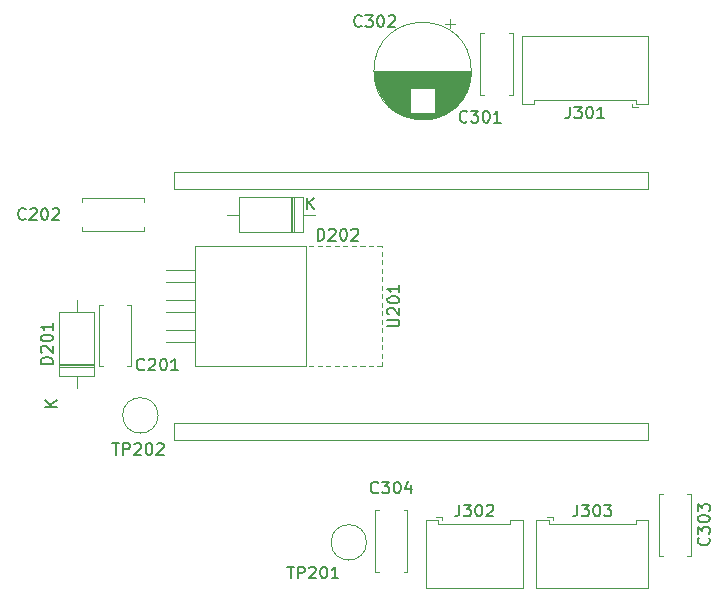
<source format=gbr>
%TF.GenerationSoftware,KiCad,Pcbnew,9.0.4*%
%TF.CreationDate,2025-12-06T22:06:24+01:00*%
%TF.ProjectId,bluebox,626c7565-626f-4782-9e6b-696361645f70,rev?*%
%TF.SameCoordinates,Original*%
%TF.FileFunction,Legend,Top*%
%TF.FilePolarity,Positive*%
%FSLAX46Y46*%
G04 Gerber Fmt 4.6, Leading zero omitted, Abs format (unit mm)*
G04 Created by KiCad (PCBNEW 9.0.4) date 2025-12-06 22:06:24*
%MOMM*%
%LPD*%
G01*
G04 APERTURE LIST*
%ADD10C,0.150000*%
%ADD11C,0.120000*%
G04 APERTURE END LIST*
D10*
X131630952Y-92609580D02*
X131583333Y-92657200D01*
X131583333Y-92657200D02*
X131440476Y-92704819D01*
X131440476Y-92704819D02*
X131345238Y-92704819D01*
X131345238Y-92704819D02*
X131202381Y-92657200D01*
X131202381Y-92657200D02*
X131107143Y-92561961D01*
X131107143Y-92561961D02*
X131059524Y-92466723D01*
X131059524Y-92466723D02*
X131011905Y-92276247D01*
X131011905Y-92276247D02*
X131011905Y-92133390D01*
X131011905Y-92133390D02*
X131059524Y-91942914D01*
X131059524Y-91942914D02*
X131107143Y-91847676D01*
X131107143Y-91847676D02*
X131202381Y-91752438D01*
X131202381Y-91752438D02*
X131345238Y-91704819D01*
X131345238Y-91704819D02*
X131440476Y-91704819D01*
X131440476Y-91704819D02*
X131583333Y-91752438D01*
X131583333Y-91752438D02*
X131630952Y-91800057D01*
X132011905Y-91800057D02*
X132059524Y-91752438D01*
X132059524Y-91752438D02*
X132154762Y-91704819D01*
X132154762Y-91704819D02*
X132392857Y-91704819D01*
X132392857Y-91704819D02*
X132488095Y-91752438D01*
X132488095Y-91752438D02*
X132535714Y-91800057D01*
X132535714Y-91800057D02*
X132583333Y-91895295D01*
X132583333Y-91895295D02*
X132583333Y-91990533D01*
X132583333Y-91990533D02*
X132535714Y-92133390D01*
X132535714Y-92133390D02*
X131964286Y-92704819D01*
X131964286Y-92704819D02*
X132583333Y-92704819D01*
X133202381Y-91704819D02*
X133297619Y-91704819D01*
X133297619Y-91704819D02*
X133392857Y-91752438D01*
X133392857Y-91752438D02*
X133440476Y-91800057D01*
X133440476Y-91800057D02*
X133488095Y-91895295D01*
X133488095Y-91895295D02*
X133535714Y-92085771D01*
X133535714Y-92085771D02*
X133535714Y-92323866D01*
X133535714Y-92323866D02*
X133488095Y-92514342D01*
X133488095Y-92514342D02*
X133440476Y-92609580D01*
X133440476Y-92609580D02*
X133392857Y-92657200D01*
X133392857Y-92657200D02*
X133297619Y-92704819D01*
X133297619Y-92704819D02*
X133202381Y-92704819D01*
X133202381Y-92704819D02*
X133107143Y-92657200D01*
X133107143Y-92657200D02*
X133059524Y-92609580D01*
X133059524Y-92609580D02*
X133011905Y-92514342D01*
X133011905Y-92514342D02*
X132964286Y-92323866D01*
X132964286Y-92323866D02*
X132964286Y-92085771D01*
X132964286Y-92085771D02*
X133011905Y-91895295D01*
X133011905Y-91895295D02*
X133059524Y-91800057D01*
X133059524Y-91800057D02*
X133107143Y-91752438D01*
X133107143Y-91752438D02*
X133202381Y-91704819D01*
X133916667Y-91800057D02*
X133964286Y-91752438D01*
X133964286Y-91752438D02*
X134059524Y-91704819D01*
X134059524Y-91704819D02*
X134297619Y-91704819D01*
X134297619Y-91704819D02*
X134392857Y-91752438D01*
X134392857Y-91752438D02*
X134440476Y-91800057D01*
X134440476Y-91800057D02*
X134488095Y-91895295D01*
X134488095Y-91895295D02*
X134488095Y-91990533D01*
X134488095Y-91990533D02*
X134440476Y-92133390D01*
X134440476Y-92133390D02*
X133869048Y-92704819D01*
X133869048Y-92704819D02*
X134488095Y-92704819D01*
X156359524Y-94454819D02*
X156359524Y-93454819D01*
X156359524Y-93454819D02*
X156597619Y-93454819D01*
X156597619Y-93454819D02*
X156740476Y-93502438D01*
X156740476Y-93502438D02*
X156835714Y-93597676D01*
X156835714Y-93597676D02*
X156883333Y-93692914D01*
X156883333Y-93692914D02*
X156930952Y-93883390D01*
X156930952Y-93883390D02*
X156930952Y-94026247D01*
X156930952Y-94026247D02*
X156883333Y-94216723D01*
X156883333Y-94216723D02*
X156835714Y-94311961D01*
X156835714Y-94311961D02*
X156740476Y-94407200D01*
X156740476Y-94407200D02*
X156597619Y-94454819D01*
X156597619Y-94454819D02*
X156359524Y-94454819D01*
X157311905Y-93550057D02*
X157359524Y-93502438D01*
X157359524Y-93502438D02*
X157454762Y-93454819D01*
X157454762Y-93454819D02*
X157692857Y-93454819D01*
X157692857Y-93454819D02*
X157788095Y-93502438D01*
X157788095Y-93502438D02*
X157835714Y-93550057D01*
X157835714Y-93550057D02*
X157883333Y-93645295D01*
X157883333Y-93645295D02*
X157883333Y-93740533D01*
X157883333Y-93740533D02*
X157835714Y-93883390D01*
X157835714Y-93883390D02*
X157264286Y-94454819D01*
X157264286Y-94454819D02*
X157883333Y-94454819D01*
X158502381Y-93454819D02*
X158597619Y-93454819D01*
X158597619Y-93454819D02*
X158692857Y-93502438D01*
X158692857Y-93502438D02*
X158740476Y-93550057D01*
X158740476Y-93550057D02*
X158788095Y-93645295D01*
X158788095Y-93645295D02*
X158835714Y-93835771D01*
X158835714Y-93835771D02*
X158835714Y-94073866D01*
X158835714Y-94073866D02*
X158788095Y-94264342D01*
X158788095Y-94264342D02*
X158740476Y-94359580D01*
X158740476Y-94359580D02*
X158692857Y-94407200D01*
X158692857Y-94407200D02*
X158597619Y-94454819D01*
X158597619Y-94454819D02*
X158502381Y-94454819D01*
X158502381Y-94454819D02*
X158407143Y-94407200D01*
X158407143Y-94407200D02*
X158359524Y-94359580D01*
X158359524Y-94359580D02*
X158311905Y-94264342D01*
X158311905Y-94264342D02*
X158264286Y-94073866D01*
X158264286Y-94073866D02*
X158264286Y-93835771D01*
X158264286Y-93835771D02*
X158311905Y-93645295D01*
X158311905Y-93645295D02*
X158359524Y-93550057D01*
X158359524Y-93550057D02*
X158407143Y-93502438D01*
X158407143Y-93502438D02*
X158502381Y-93454819D01*
X159216667Y-93550057D02*
X159264286Y-93502438D01*
X159264286Y-93502438D02*
X159359524Y-93454819D01*
X159359524Y-93454819D02*
X159597619Y-93454819D01*
X159597619Y-93454819D02*
X159692857Y-93502438D01*
X159692857Y-93502438D02*
X159740476Y-93550057D01*
X159740476Y-93550057D02*
X159788095Y-93645295D01*
X159788095Y-93645295D02*
X159788095Y-93740533D01*
X159788095Y-93740533D02*
X159740476Y-93883390D01*
X159740476Y-93883390D02*
X159169048Y-94454819D01*
X159169048Y-94454819D02*
X159788095Y-94454819D01*
X155488095Y-91804819D02*
X155488095Y-90804819D01*
X156059523Y-91804819D02*
X155630952Y-91233390D01*
X156059523Y-90804819D02*
X155488095Y-91376247D01*
X162274819Y-101709285D02*
X163084342Y-101709285D01*
X163084342Y-101709285D02*
X163179580Y-101661666D01*
X163179580Y-101661666D02*
X163227200Y-101614047D01*
X163227200Y-101614047D02*
X163274819Y-101518809D01*
X163274819Y-101518809D02*
X163274819Y-101328333D01*
X163274819Y-101328333D02*
X163227200Y-101233095D01*
X163227200Y-101233095D02*
X163179580Y-101185476D01*
X163179580Y-101185476D02*
X163084342Y-101137857D01*
X163084342Y-101137857D02*
X162274819Y-101137857D01*
X162370057Y-100709285D02*
X162322438Y-100661666D01*
X162322438Y-100661666D02*
X162274819Y-100566428D01*
X162274819Y-100566428D02*
X162274819Y-100328333D01*
X162274819Y-100328333D02*
X162322438Y-100233095D01*
X162322438Y-100233095D02*
X162370057Y-100185476D01*
X162370057Y-100185476D02*
X162465295Y-100137857D01*
X162465295Y-100137857D02*
X162560533Y-100137857D01*
X162560533Y-100137857D02*
X162703390Y-100185476D01*
X162703390Y-100185476D02*
X163274819Y-100756904D01*
X163274819Y-100756904D02*
X163274819Y-100137857D01*
X162274819Y-99518809D02*
X162274819Y-99423571D01*
X162274819Y-99423571D02*
X162322438Y-99328333D01*
X162322438Y-99328333D02*
X162370057Y-99280714D01*
X162370057Y-99280714D02*
X162465295Y-99233095D01*
X162465295Y-99233095D02*
X162655771Y-99185476D01*
X162655771Y-99185476D02*
X162893866Y-99185476D01*
X162893866Y-99185476D02*
X163084342Y-99233095D01*
X163084342Y-99233095D02*
X163179580Y-99280714D01*
X163179580Y-99280714D02*
X163227200Y-99328333D01*
X163227200Y-99328333D02*
X163274819Y-99423571D01*
X163274819Y-99423571D02*
X163274819Y-99518809D01*
X163274819Y-99518809D02*
X163227200Y-99614047D01*
X163227200Y-99614047D02*
X163179580Y-99661666D01*
X163179580Y-99661666D02*
X163084342Y-99709285D01*
X163084342Y-99709285D02*
X162893866Y-99756904D01*
X162893866Y-99756904D02*
X162655771Y-99756904D01*
X162655771Y-99756904D02*
X162465295Y-99709285D01*
X162465295Y-99709285D02*
X162370057Y-99661666D01*
X162370057Y-99661666D02*
X162322438Y-99614047D01*
X162322438Y-99614047D02*
X162274819Y-99518809D01*
X163274819Y-98233095D02*
X163274819Y-98804523D01*
X163274819Y-98518809D02*
X162274819Y-98518809D01*
X162274819Y-98518809D02*
X162417676Y-98614047D01*
X162417676Y-98614047D02*
X162512914Y-98709285D01*
X162512914Y-98709285D02*
X162560533Y-98804523D01*
X178334285Y-116804819D02*
X178334285Y-117519104D01*
X178334285Y-117519104D02*
X178286666Y-117661961D01*
X178286666Y-117661961D02*
X178191428Y-117757200D01*
X178191428Y-117757200D02*
X178048571Y-117804819D01*
X178048571Y-117804819D02*
X177953333Y-117804819D01*
X178715238Y-116804819D02*
X179334285Y-116804819D01*
X179334285Y-116804819D02*
X179000952Y-117185771D01*
X179000952Y-117185771D02*
X179143809Y-117185771D01*
X179143809Y-117185771D02*
X179239047Y-117233390D01*
X179239047Y-117233390D02*
X179286666Y-117281009D01*
X179286666Y-117281009D02*
X179334285Y-117376247D01*
X179334285Y-117376247D02*
X179334285Y-117614342D01*
X179334285Y-117614342D02*
X179286666Y-117709580D01*
X179286666Y-117709580D02*
X179239047Y-117757200D01*
X179239047Y-117757200D02*
X179143809Y-117804819D01*
X179143809Y-117804819D02*
X178858095Y-117804819D01*
X178858095Y-117804819D02*
X178762857Y-117757200D01*
X178762857Y-117757200D02*
X178715238Y-117709580D01*
X179953333Y-116804819D02*
X180048571Y-116804819D01*
X180048571Y-116804819D02*
X180143809Y-116852438D01*
X180143809Y-116852438D02*
X180191428Y-116900057D01*
X180191428Y-116900057D02*
X180239047Y-116995295D01*
X180239047Y-116995295D02*
X180286666Y-117185771D01*
X180286666Y-117185771D02*
X180286666Y-117423866D01*
X180286666Y-117423866D02*
X180239047Y-117614342D01*
X180239047Y-117614342D02*
X180191428Y-117709580D01*
X180191428Y-117709580D02*
X180143809Y-117757200D01*
X180143809Y-117757200D02*
X180048571Y-117804819D01*
X180048571Y-117804819D02*
X179953333Y-117804819D01*
X179953333Y-117804819D02*
X179858095Y-117757200D01*
X179858095Y-117757200D02*
X179810476Y-117709580D01*
X179810476Y-117709580D02*
X179762857Y-117614342D01*
X179762857Y-117614342D02*
X179715238Y-117423866D01*
X179715238Y-117423866D02*
X179715238Y-117185771D01*
X179715238Y-117185771D02*
X179762857Y-116995295D01*
X179762857Y-116995295D02*
X179810476Y-116900057D01*
X179810476Y-116900057D02*
X179858095Y-116852438D01*
X179858095Y-116852438D02*
X179953333Y-116804819D01*
X180620000Y-116804819D02*
X181239047Y-116804819D01*
X181239047Y-116804819D02*
X180905714Y-117185771D01*
X180905714Y-117185771D02*
X181048571Y-117185771D01*
X181048571Y-117185771D02*
X181143809Y-117233390D01*
X181143809Y-117233390D02*
X181191428Y-117281009D01*
X181191428Y-117281009D02*
X181239047Y-117376247D01*
X181239047Y-117376247D02*
X181239047Y-117614342D01*
X181239047Y-117614342D02*
X181191428Y-117709580D01*
X181191428Y-117709580D02*
X181143809Y-117757200D01*
X181143809Y-117757200D02*
X181048571Y-117804819D01*
X181048571Y-117804819D02*
X180762857Y-117804819D01*
X180762857Y-117804819D02*
X180667619Y-117757200D01*
X180667619Y-117757200D02*
X180620000Y-117709580D01*
X160080952Y-76259580D02*
X160033333Y-76307200D01*
X160033333Y-76307200D02*
X159890476Y-76354819D01*
X159890476Y-76354819D02*
X159795238Y-76354819D01*
X159795238Y-76354819D02*
X159652381Y-76307200D01*
X159652381Y-76307200D02*
X159557143Y-76211961D01*
X159557143Y-76211961D02*
X159509524Y-76116723D01*
X159509524Y-76116723D02*
X159461905Y-75926247D01*
X159461905Y-75926247D02*
X159461905Y-75783390D01*
X159461905Y-75783390D02*
X159509524Y-75592914D01*
X159509524Y-75592914D02*
X159557143Y-75497676D01*
X159557143Y-75497676D02*
X159652381Y-75402438D01*
X159652381Y-75402438D02*
X159795238Y-75354819D01*
X159795238Y-75354819D02*
X159890476Y-75354819D01*
X159890476Y-75354819D02*
X160033333Y-75402438D01*
X160033333Y-75402438D02*
X160080952Y-75450057D01*
X160414286Y-75354819D02*
X161033333Y-75354819D01*
X161033333Y-75354819D02*
X160700000Y-75735771D01*
X160700000Y-75735771D02*
X160842857Y-75735771D01*
X160842857Y-75735771D02*
X160938095Y-75783390D01*
X160938095Y-75783390D02*
X160985714Y-75831009D01*
X160985714Y-75831009D02*
X161033333Y-75926247D01*
X161033333Y-75926247D02*
X161033333Y-76164342D01*
X161033333Y-76164342D02*
X160985714Y-76259580D01*
X160985714Y-76259580D02*
X160938095Y-76307200D01*
X160938095Y-76307200D02*
X160842857Y-76354819D01*
X160842857Y-76354819D02*
X160557143Y-76354819D01*
X160557143Y-76354819D02*
X160461905Y-76307200D01*
X160461905Y-76307200D02*
X160414286Y-76259580D01*
X161652381Y-75354819D02*
X161747619Y-75354819D01*
X161747619Y-75354819D02*
X161842857Y-75402438D01*
X161842857Y-75402438D02*
X161890476Y-75450057D01*
X161890476Y-75450057D02*
X161938095Y-75545295D01*
X161938095Y-75545295D02*
X161985714Y-75735771D01*
X161985714Y-75735771D02*
X161985714Y-75973866D01*
X161985714Y-75973866D02*
X161938095Y-76164342D01*
X161938095Y-76164342D02*
X161890476Y-76259580D01*
X161890476Y-76259580D02*
X161842857Y-76307200D01*
X161842857Y-76307200D02*
X161747619Y-76354819D01*
X161747619Y-76354819D02*
X161652381Y-76354819D01*
X161652381Y-76354819D02*
X161557143Y-76307200D01*
X161557143Y-76307200D02*
X161509524Y-76259580D01*
X161509524Y-76259580D02*
X161461905Y-76164342D01*
X161461905Y-76164342D02*
X161414286Y-75973866D01*
X161414286Y-75973866D02*
X161414286Y-75735771D01*
X161414286Y-75735771D02*
X161461905Y-75545295D01*
X161461905Y-75545295D02*
X161509524Y-75450057D01*
X161509524Y-75450057D02*
X161557143Y-75402438D01*
X161557143Y-75402438D02*
X161652381Y-75354819D01*
X162366667Y-75450057D02*
X162414286Y-75402438D01*
X162414286Y-75402438D02*
X162509524Y-75354819D01*
X162509524Y-75354819D02*
X162747619Y-75354819D01*
X162747619Y-75354819D02*
X162842857Y-75402438D01*
X162842857Y-75402438D02*
X162890476Y-75450057D01*
X162890476Y-75450057D02*
X162938095Y-75545295D01*
X162938095Y-75545295D02*
X162938095Y-75640533D01*
X162938095Y-75640533D02*
X162890476Y-75783390D01*
X162890476Y-75783390D02*
X162319048Y-76354819D01*
X162319048Y-76354819D02*
X162938095Y-76354819D01*
X168339285Y-116804819D02*
X168339285Y-117519104D01*
X168339285Y-117519104D02*
X168291666Y-117661961D01*
X168291666Y-117661961D02*
X168196428Y-117757200D01*
X168196428Y-117757200D02*
X168053571Y-117804819D01*
X168053571Y-117804819D02*
X167958333Y-117804819D01*
X168720238Y-116804819D02*
X169339285Y-116804819D01*
X169339285Y-116804819D02*
X169005952Y-117185771D01*
X169005952Y-117185771D02*
X169148809Y-117185771D01*
X169148809Y-117185771D02*
X169244047Y-117233390D01*
X169244047Y-117233390D02*
X169291666Y-117281009D01*
X169291666Y-117281009D02*
X169339285Y-117376247D01*
X169339285Y-117376247D02*
X169339285Y-117614342D01*
X169339285Y-117614342D02*
X169291666Y-117709580D01*
X169291666Y-117709580D02*
X169244047Y-117757200D01*
X169244047Y-117757200D02*
X169148809Y-117804819D01*
X169148809Y-117804819D02*
X168863095Y-117804819D01*
X168863095Y-117804819D02*
X168767857Y-117757200D01*
X168767857Y-117757200D02*
X168720238Y-117709580D01*
X169958333Y-116804819D02*
X170053571Y-116804819D01*
X170053571Y-116804819D02*
X170148809Y-116852438D01*
X170148809Y-116852438D02*
X170196428Y-116900057D01*
X170196428Y-116900057D02*
X170244047Y-116995295D01*
X170244047Y-116995295D02*
X170291666Y-117185771D01*
X170291666Y-117185771D02*
X170291666Y-117423866D01*
X170291666Y-117423866D02*
X170244047Y-117614342D01*
X170244047Y-117614342D02*
X170196428Y-117709580D01*
X170196428Y-117709580D02*
X170148809Y-117757200D01*
X170148809Y-117757200D02*
X170053571Y-117804819D01*
X170053571Y-117804819D02*
X169958333Y-117804819D01*
X169958333Y-117804819D02*
X169863095Y-117757200D01*
X169863095Y-117757200D02*
X169815476Y-117709580D01*
X169815476Y-117709580D02*
X169767857Y-117614342D01*
X169767857Y-117614342D02*
X169720238Y-117423866D01*
X169720238Y-117423866D02*
X169720238Y-117185771D01*
X169720238Y-117185771D02*
X169767857Y-116995295D01*
X169767857Y-116995295D02*
X169815476Y-116900057D01*
X169815476Y-116900057D02*
X169863095Y-116852438D01*
X169863095Y-116852438D02*
X169958333Y-116804819D01*
X170672619Y-116900057D02*
X170720238Y-116852438D01*
X170720238Y-116852438D02*
X170815476Y-116804819D01*
X170815476Y-116804819D02*
X171053571Y-116804819D01*
X171053571Y-116804819D02*
X171148809Y-116852438D01*
X171148809Y-116852438D02*
X171196428Y-116900057D01*
X171196428Y-116900057D02*
X171244047Y-116995295D01*
X171244047Y-116995295D02*
X171244047Y-117090533D01*
X171244047Y-117090533D02*
X171196428Y-117233390D01*
X171196428Y-117233390D02*
X170625000Y-117804819D01*
X170625000Y-117804819D02*
X171244047Y-117804819D01*
X138985714Y-111604819D02*
X139557142Y-111604819D01*
X139271428Y-112604819D02*
X139271428Y-111604819D01*
X139890476Y-112604819D02*
X139890476Y-111604819D01*
X139890476Y-111604819D02*
X140271428Y-111604819D01*
X140271428Y-111604819D02*
X140366666Y-111652438D01*
X140366666Y-111652438D02*
X140414285Y-111700057D01*
X140414285Y-111700057D02*
X140461904Y-111795295D01*
X140461904Y-111795295D02*
X140461904Y-111938152D01*
X140461904Y-111938152D02*
X140414285Y-112033390D01*
X140414285Y-112033390D02*
X140366666Y-112081009D01*
X140366666Y-112081009D02*
X140271428Y-112128628D01*
X140271428Y-112128628D02*
X139890476Y-112128628D01*
X140842857Y-111700057D02*
X140890476Y-111652438D01*
X140890476Y-111652438D02*
X140985714Y-111604819D01*
X140985714Y-111604819D02*
X141223809Y-111604819D01*
X141223809Y-111604819D02*
X141319047Y-111652438D01*
X141319047Y-111652438D02*
X141366666Y-111700057D01*
X141366666Y-111700057D02*
X141414285Y-111795295D01*
X141414285Y-111795295D02*
X141414285Y-111890533D01*
X141414285Y-111890533D02*
X141366666Y-112033390D01*
X141366666Y-112033390D02*
X140795238Y-112604819D01*
X140795238Y-112604819D02*
X141414285Y-112604819D01*
X142033333Y-111604819D02*
X142128571Y-111604819D01*
X142128571Y-111604819D02*
X142223809Y-111652438D01*
X142223809Y-111652438D02*
X142271428Y-111700057D01*
X142271428Y-111700057D02*
X142319047Y-111795295D01*
X142319047Y-111795295D02*
X142366666Y-111985771D01*
X142366666Y-111985771D02*
X142366666Y-112223866D01*
X142366666Y-112223866D02*
X142319047Y-112414342D01*
X142319047Y-112414342D02*
X142271428Y-112509580D01*
X142271428Y-112509580D02*
X142223809Y-112557200D01*
X142223809Y-112557200D02*
X142128571Y-112604819D01*
X142128571Y-112604819D02*
X142033333Y-112604819D01*
X142033333Y-112604819D02*
X141938095Y-112557200D01*
X141938095Y-112557200D02*
X141890476Y-112509580D01*
X141890476Y-112509580D02*
X141842857Y-112414342D01*
X141842857Y-112414342D02*
X141795238Y-112223866D01*
X141795238Y-112223866D02*
X141795238Y-111985771D01*
X141795238Y-111985771D02*
X141842857Y-111795295D01*
X141842857Y-111795295D02*
X141890476Y-111700057D01*
X141890476Y-111700057D02*
X141938095Y-111652438D01*
X141938095Y-111652438D02*
X142033333Y-111604819D01*
X142747619Y-111700057D02*
X142795238Y-111652438D01*
X142795238Y-111652438D02*
X142890476Y-111604819D01*
X142890476Y-111604819D02*
X143128571Y-111604819D01*
X143128571Y-111604819D02*
X143223809Y-111652438D01*
X143223809Y-111652438D02*
X143271428Y-111700057D01*
X143271428Y-111700057D02*
X143319047Y-111795295D01*
X143319047Y-111795295D02*
X143319047Y-111890533D01*
X143319047Y-111890533D02*
X143271428Y-112033390D01*
X143271428Y-112033390D02*
X142700000Y-112604819D01*
X142700000Y-112604819D02*
X143319047Y-112604819D01*
X177714285Y-83104819D02*
X177714285Y-83819104D01*
X177714285Y-83819104D02*
X177666666Y-83961961D01*
X177666666Y-83961961D02*
X177571428Y-84057200D01*
X177571428Y-84057200D02*
X177428571Y-84104819D01*
X177428571Y-84104819D02*
X177333333Y-84104819D01*
X178095238Y-83104819D02*
X178714285Y-83104819D01*
X178714285Y-83104819D02*
X178380952Y-83485771D01*
X178380952Y-83485771D02*
X178523809Y-83485771D01*
X178523809Y-83485771D02*
X178619047Y-83533390D01*
X178619047Y-83533390D02*
X178666666Y-83581009D01*
X178666666Y-83581009D02*
X178714285Y-83676247D01*
X178714285Y-83676247D02*
X178714285Y-83914342D01*
X178714285Y-83914342D02*
X178666666Y-84009580D01*
X178666666Y-84009580D02*
X178619047Y-84057200D01*
X178619047Y-84057200D02*
X178523809Y-84104819D01*
X178523809Y-84104819D02*
X178238095Y-84104819D01*
X178238095Y-84104819D02*
X178142857Y-84057200D01*
X178142857Y-84057200D02*
X178095238Y-84009580D01*
X179333333Y-83104819D02*
X179428571Y-83104819D01*
X179428571Y-83104819D02*
X179523809Y-83152438D01*
X179523809Y-83152438D02*
X179571428Y-83200057D01*
X179571428Y-83200057D02*
X179619047Y-83295295D01*
X179619047Y-83295295D02*
X179666666Y-83485771D01*
X179666666Y-83485771D02*
X179666666Y-83723866D01*
X179666666Y-83723866D02*
X179619047Y-83914342D01*
X179619047Y-83914342D02*
X179571428Y-84009580D01*
X179571428Y-84009580D02*
X179523809Y-84057200D01*
X179523809Y-84057200D02*
X179428571Y-84104819D01*
X179428571Y-84104819D02*
X179333333Y-84104819D01*
X179333333Y-84104819D02*
X179238095Y-84057200D01*
X179238095Y-84057200D02*
X179190476Y-84009580D01*
X179190476Y-84009580D02*
X179142857Y-83914342D01*
X179142857Y-83914342D02*
X179095238Y-83723866D01*
X179095238Y-83723866D02*
X179095238Y-83485771D01*
X179095238Y-83485771D02*
X179142857Y-83295295D01*
X179142857Y-83295295D02*
X179190476Y-83200057D01*
X179190476Y-83200057D02*
X179238095Y-83152438D01*
X179238095Y-83152438D02*
X179333333Y-83104819D01*
X180619047Y-84104819D02*
X180047619Y-84104819D01*
X180333333Y-84104819D02*
X180333333Y-83104819D01*
X180333333Y-83104819D02*
X180238095Y-83247676D01*
X180238095Y-83247676D02*
X180142857Y-83342914D01*
X180142857Y-83342914D02*
X180047619Y-83390533D01*
X161480952Y-115759580D02*
X161433333Y-115807200D01*
X161433333Y-115807200D02*
X161290476Y-115854819D01*
X161290476Y-115854819D02*
X161195238Y-115854819D01*
X161195238Y-115854819D02*
X161052381Y-115807200D01*
X161052381Y-115807200D02*
X160957143Y-115711961D01*
X160957143Y-115711961D02*
X160909524Y-115616723D01*
X160909524Y-115616723D02*
X160861905Y-115426247D01*
X160861905Y-115426247D02*
X160861905Y-115283390D01*
X160861905Y-115283390D02*
X160909524Y-115092914D01*
X160909524Y-115092914D02*
X160957143Y-114997676D01*
X160957143Y-114997676D02*
X161052381Y-114902438D01*
X161052381Y-114902438D02*
X161195238Y-114854819D01*
X161195238Y-114854819D02*
X161290476Y-114854819D01*
X161290476Y-114854819D02*
X161433333Y-114902438D01*
X161433333Y-114902438D02*
X161480952Y-114950057D01*
X161814286Y-114854819D02*
X162433333Y-114854819D01*
X162433333Y-114854819D02*
X162100000Y-115235771D01*
X162100000Y-115235771D02*
X162242857Y-115235771D01*
X162242857Y-115235771D02*
X162338095Y-115283390D01*
X162338095Y-115283390D02*
X162385714Y-115331009D01*
X162385714Y-115331009D02*
X162433333Y-115426247D01*
X162433333Y-115426247D02*
X162433333Y-115664342D01*
X162433333Y-115664342D02*
X162385714Y-115759580D01*
X162385714Y-115759580D02*
X162338095Y-115807200D01*
X162338095Y-115807200D02*
X162242857Y-115854819D01*
X162242857Y-115854819D02*
X161957143Y-115854819D01*
X161957143Y-115854819D02*
X161861905Y-115807200D01*
X161861905Y-115807200D02*
X161814286Y-115759580D01*
X163052381Y-114854819D02*
X163147619Y-114854819D01*
X163147619Y-114854819D02*
X163242857Y-114902438D01*
X163242857Y-114902438D02*
X163290476Y-114950057D01*
X163290476Y-114950057D02*
X163338095Y-115045295D01*
X163338095Y-115045295D02*
X163385714Y-115235771D01*
X163385714Y-115235771D02*
X163385714Y-115473866D01*
X163385714Y-115473866D02*
X163338095Y-115664342D01*
X163338095Y-115664342D02*
X163290476Y-115759580D01*
X163290476Y-115759580D02*
X163242857Y-115807200D01*
X163242857Y-115807200D02*
X163147619Y-115854819D01*
X163147619Y-115854819D02*
X163052381Y-115854819D01*
X163052381Y-115854819D02*
X162957143Y-115807200D01*
X162957143Y-115807200D02*
X162909524Y-115759580D01*
X162909524Y-115759580D02*
X162861905Y-115664342D01*
X162861905Y-115664342D02*
X162814286Y-115473866D01*
X162814286Y-115473866D02*
X162814286Y-115235771D01*
X162814286Y-115235771D02*
X162861905Y-115045295D01*
X162861905Y-115045295D02*
X162909524Y-114950057D01*
X162909524Y-114950057D02*
X162957143Y-114902438D01*
X162957143Y-114902438D02*
X163052381Y-114854819D01*
X164242857Y-115188152D02*
X164242857Y-115854819D01*
X164004762Y-114807200D02*
X163766667Y-115521485D01*
X163766667Y-115521485D02*
X164385714Y-115521485D01*
X189459580Y-119619047D02*
X189507200Y-119666666D01*
X189507200Y-119666666D02*
X189554819Y-119809523D01*
X189554819Y-119809523D02*
X189554819Y-119904761D01*
X189554819Y-119904761D02*
X189507200Y-120047618D01*
X189507200Y-120047618D02*
X189411961Y-120142856D01*
X189411961Y-120142856D02*
X189316723Y-120190475D01*
X189316723Y-120190475D02*
X189126247Y-120238094D01*
X189126247Y-120238094D02*
X188983390Y-120238094D01*
X188983390Y-120238094D02*
X188792914Y-120190475D01*
X188792914Y-120190475D02*
X188697676Y-120142856D01*
X188697676Y-120142856D02*
X188602438Y-120047618D01*
X188602438Y-120047618D02*
X188554819Y-119904761D01*
X188554819Y-119904761D02*
X188554819Y-119809523D01*
X188554819Y-119809523D02*
X188602438Y-119666666D01*
X188602438Y-119666666D02*
X188650057Y-119619047D01*
X188554819Y-119285713D02*
X188554819Y-118666666D01*
X188554819Y-118666666D02*
X188935771Y-118999999D01*
X188935771Y-118999999D02*
X188935771Y-118857142D01*
X188935771Y-118857142D02*
X188983390Y-118761904D01*
X188983390Y-118761904D02*
X189031009Y-118714285D01*
X189031009Y-118714285D02*
X189126247Y-118666666D01*
X189126247Y-118666666D02*
X189364342Y-118666666D01*
X189364342Y-118666666D02*
X189459580Y-118714285D01*
X189459580Y-118714285D02*
X189507200Y-118761904D01*
X189507200Y-118761904D02*
X189554819Y-118857142D01*
X189554819Y-118857142D02*
X189554819Y-119142856D01*
X189554819Y-119142856D02*
X189507200Y-119238094D01*
X189507200Y-119238094D02*
X189459580Y-119285713D01*
X188554819Y-118047618D02*
X188554819Y-117952380D01*
X188554819Y-117952380D02*
X188602438Y-117857142D01*
X188602438Y-117857142D02*
X188650057Y-117809523D01*
X188650057Y-117809523D02*
X188745295Y-117761904D01*
X188745295Y-117761904D02*
X188935771Y-117714285D01*
X188935771Y-117714285D02*
X189173866Y-117714285D01*
X189173866Y-117714285D02*
X189364342Y-117761904D01*
X189364342Y-117761904D02*
X189459580Y-117809523D01*
X189459580Y-117809523D02*
X189507200Y-117857142D01*
X189507200Y-117857142D02*
X189554819Y-117952380D01*
X189554819Y-117952380D02*
X189554819Y-118047618D01*
X189554819Y-118047618D02*
X189507200Y-118142856D01*
X189507200Y-118142856D02*
X189459580Y-118190475D01*
X189459580Y-118190475D02*
X189364342Y-118238094D01*
X189364342Y-118238094D02*
X189173866Y-118285713D01*
X189173866Y-118285713D02*
X188935771Y-118285713D01*
X188935771Y-118285713D02*
X188745295Y-118238094D01*
X188745295Y-118238094D02*
X188650057Y-118190475D01*
X188650057Y-118190475D02*
X188602438Y-118142856D01*
X188602438Y-118142856D02*
X188554819Y-118047618D01*
X188554819Y-117380951D02*
X188554819Y-116761904D01*
X188554819Y-116761904D02*
X188935771Y-117095237D01*
X188935771Y-117095237D02*
X188935771Y-116952380D01*
X188935771Y-116952380D02*
X188983390Y-116857142D01*
X188983390Y-116857142D02*
X189031009Y-116809523D01*
X189031009Y-116809523D02*
X189126247Y-116761904D01*
X189126247Y-116761904D02*
X189364342Y-116761904D01*
X189364342Y-116761904D02*
X189459580Y-116809523D01*
X189459580Y-116809523D02*
X189507200Y-116857142D01*
X189507200Y-116857142D02*
X189554819Y-116952380D01*
X189554819Y-116952380D02*
X189554819Y-117238094D01*
X189554819Y-117238094D02*
X189507200Y-117333332D01*
X189507200Y-117333332D02*
X189459580Y-117380951D01*
X141680952Y-105350776D02*
X141633333Y-105398396D01*
X141633333Y-105398396D02*
X141490476Y-105446015D01*
X141490476Y-105446015D02*
X141395238Y-105446015D01*
X141395238Y-105446015D02*
X141252381Y-105398396D01*
X141252381Y-105398396D02*
X141157143Y-105303157D01*
X141157143Y-105303157D02*
X141109524Y-105207919D01*
X141109524Y-105207919D02*
X141061905Y-105017443D01*
X141061905Y-105017443D02*
X141061905Y-104874586D01*
X141061905Y-104874586D02*
X141109524Y-104684110D01*
X141109524Y-104684110D02*
X141157143Y-104588872D01*
X141157143Y-104588872D02*
X141252381Y-104493634D01*
X141252381Y-104493634D02*
X141395238Y-104446015D01*
X141395238Y-104446015D02*
X141490476Y-104446015D01*
X141490476Y-104446015D02*
X141633333Y-104493634D01*
X141633333Y-104493634D02*
X141680952Y-104541253D01*
X142061905Y-104541253D02*
X142109524Y-104493634D01*
X142109524Y-104493634D02*
X142204762Y-104446015D01*
X142204762Y-104446015D02*
X142442857Y-104446015D01*
X142442857Y-104446015D02*
X142538095Y-104493634D01*
X142538095Y-104493634D02*
X142585714Y-104541253D01*
X142585714Y-104541253D02*
X142633333Y-104636491D01*
X142633333Y-104636491D02*
X142633333Y-104731729D01*
X142633333Y-104731729D02*
X142585714Y-104874586D01*
X142585714Y-104874586D02*
X142014286Y-105446015D01*
X142014286Y-105446015D02*
X142633333Y-105446015D01*
X143252381Y-104446015D02*
X143347619Y-104446015D01*
X143347619Y-104446015D02*
X143442857Y-104493634D01*
X143442857Y-104493634D02*
X143490476Y-104541253D01*
X143490476Y-104541253D02*
X143538095Y-104636491D01*
X143538095Y-104636491D02*
X143585714Y-104826967D01*
X143585714Y-104826967D02*
X143585714Y-105065062D01*
X143585714Y-105065062D02*
X143538095Y-105255538D01*
X143538095Y-105255538D02*
X143490476Y-105350776D01*
X143490476Y-105350776D02*
X143442857Y-105398396D01*
X143442857Y-105398396D02*
X143347619Y-105446015D01*
X143347619Y-105446015D02*
X143252381Y-105446015D01*
X143252381Y-105446015D02*
X143157143Y-105398396D01*
X143157143Y-105398396D02*
X143109524Y-105350776D01*
X143109524Y-105350776D02*
X143061905Y-105255538D01*
X143061905Y-105255538D02*
X143014286Y-105065062D01*
X143014286Y-105065062D02*
X143014286Y-104826967D01*
X143014286Y-104826967D02*
X143061905Y-104636491D01*
X143061905Y-104636491D02*
X143109524Y-104541253D01*
X143109524Y-104541253D02*
X143157143Y-104493634D01*
X143157143Y-104493634D02*
X143252381Y-104446015D01*
X144538095Y-105446015D02*
X143966667Y-105446015D01*
X144252381Y-105446015D02*
X144252381Y-104446015D01*
X144252381Y-104446015D02*
X144157143Y-104588872D01*
X144157143Y-104588872D02*
X144061905Y-104684110D01*
X144061905Y-104684110D02*
X143966667Y-104731729D01*
X153785714Y-122054819D02*
X154357142Y-122054819D01*
X154071428Y-123054819D02*
X154071428Y-122054819D01*
X154690476Y-123054819D02*
X154690476Y-122054819D01*
X154690476Y-122054819D02*
X155071428Y-122054819D01*
X155071428Y-122054819D02*
X155166666Y-122102438D01*
X155166666Y-122102438D02*
X155214285Y-122150057D01*
X155214285Y-122150057D02*
X155261904Y-122245295D01*
X155261904Y-122245295D02*
X155261904Y-122388152D01*
X155261904Y-122388152D02*
X155214285Y-122483390D01*
X155214285Y-122483390D02*
X155166666Y-122531009D01*
X155166666Y-122531009D02*
X155071428Y-122578628D01*
X155071428Y-122578628D02*
X154690476Y-122578628D01*
X155642857Y-122150057D02*
X155690476Y-122102438D01*
X155690476Y-122102438D02*
X155785714Y-122054819D01*
X155785714Y-122054819D02*
X156023809Y-122054819D01*
X156023809Y-122054819D02*
X156119047Y-122102438D01*
X156119047Y-122102438D02*
X156166666Y-122150057D01*
X156166666Y-122150057D02*
X156214285Y-122245295D01*
X156214285Y-122245295D02*
X156214285Y-122340533D01*
X156214285Y-122340533D02*
X156166666Y-122483390D01*
X156166666Y-122483390D02*
X155595238Y-123054819D01*
X155595238Y-123054819D02*
X156214285Y-123054819D01*
X156833333Y-122054819D02*
X156928571Y-122054819D01*
X156928571Y-122054819D02*
X157023809Y-122102438D01*
X157023809Y-122102438D02*
X157071428Y-122150057D01*
X157071428Y-122150057D02*
X157119047Y-122245295D01*
X157119047Y-122245295D02*
X157166666Y-122435771D01*
X157166666Y-122435771D02*
X157166666Y-122673866D01*
X157166666Y-122673866D02*
X157119047Y-122864342D01*
X157119047Y-122864342D02*
X157071428Y-122959580D01*
X157071428Y-122959580D02*
X157023809Y-123007200D01*
X157023809Y-123007200D02*
X156928571Y-123054819D01*
X156928571Y-123054819D02*
X156833333Y-123054819D01*
X156833333Y-123054819D02*
X156738095Y-123007200D01*
X156738095Y-123007200D02*
X156690476Y-122959580D01*
X156690476Y-122959580D02*
X156642857Y-122864342D01*
X156642857Y-122864342D02*
X156595238Y-122673866D01*
X156595238Y-122673866D02*
X156595238Y-122435771D01*
X156595238Y-122435771D02*
X156642857Y-122245295D01*
X156642857Y-122245295D02*
X156690476Y-122150057D01*
X156690476Y-122150057D02*
X156738095Y-122102438D01*
X156738095Y-122102438D02*
X156833333Y-122054819D01*
X158119047Y-123054819D02*
X157547619Y-123054819D01*
X157833333Y-123054819D02*
X157833333Y-122054819D01*
X157833333Y-122054819D02*
X157738095Y-122197676D01*
X157738095Y-122197676D02*
X157642857Y-122292914D01*
X157642857Y-122292914D02*
X157547619Y-122340533D01*
X133934819Y-104890475D02*
X132934819Y-104890475D01*
X132934819Y-104890475D02*
X132934819Y-104652380D01*
X132934819Y-104652380D02*
X132982438Y-104509523D01*
X132982438Y-104509523D02*
X133077676Y-104414285D01*
X133077676Y-104414285D02*
X133172914Y-104366666D01*
X133172914Y-104366666D02*
X133363390Y-104319047D01*
X133363390Y-104319047D02*
X133506247Y-104319047D01*
X133506247Y-104319047D02*
X133696723Y-104366666D01*
X133696723Y-104366666D02*
X133791961Y-104414285D01*
X133791961Y-104414285D02*
X133887200Y-104509523D01*
X133887200Y-104509523D02*
X133934819Y-104652380D01*
X133934819Y-104652380D02*
X133934819Y-104890475D01*
X133030057Y-103938094D02*
X132982438Y-103890475D01*
X132982438Y-103890475D02*
X132934819Y-103795237D01*
X132934819Y-103795237D02*
X132934819Y-103557142D01*
X132934819Y-103557142D02*
X132982438Y-103461904D01*
X132982438Y-103461904D02*
X133030057Y-103414285D01*
X133030057Y-103414285D02*
X133125295Y-103366666D01*
X133125295Y-103366666D02*
X133220533Y-103366666D01*
X133220533Y-103366666D02*
X133363390Y-103414285D01*
X133363390Y-103414285D02*
X133934819Y-103985713D01*
X133934819Y-103985713D02*
X133934819Y-103366666D01*
X132934819Y-102747618D02*
X132934819Y-102652380D01*
X132934819Y-102652380D02*
X132982438Y-102557142D01*
X132982438Y-102557142D02*
X133030057Y-102509523D01*
X133030057Y-102509523D02*
X133125295Y-102461904D01*
X133125295Y-102461904D02*
X133315771Y-102414285D01*
X133315771Y-102414285D02*
X133553866Y-102414285D01*
X133553866Y-102414285D02*
X133744342Y-102461904D01*
X133744342Y-102461904D02*
X133839580Y-102509523D01*
X133839580Y-102509523D02*
X133887200Y-102557142D01*
X133887200Y-102557142D02*
X133934819Y-102652380D01*
X133934819Y-102652380D02*
X133934819Y-102747618D01*
X133934819Y-102747618D02*
X133887200Y-102842856D01*
X133887200Y-102842856D02*
X133839580Y-102890475D01*
X133839580Y-102890475D02*
X133744342Y-102938094D01*
X133744342Y-102938094D02*
X133553866Y-102985713D01*
X133553866Y-102985713D02*
X133315771Y-102985713D01*
X133315771Y-102985713D02*
X133125295Y-102938094D01*
X133125295Y-102938094D02*
X133030057Y-102890475D01*
X133030057Y-102890475D02*
X132982438Y-102842856D01*
X132982438Y-102842856D02*
X132934819Y-102747618D01*
X133934819Y-101461904D02*
X133934819Y-102033332D01*
X133934819Y-101747618D02*
X132934819Y-101747618D01*
X132934819Y-101747618D02*
X133077676Y-101842856D01*
X133077676Y-101842856D02*
X133172914Y-101938094D01*
X133172914Y-101938094D02*
X133220533Y-102033332D01*
X134304819Y-108541904D02*
X133304819Y-108541904D01*
X134304819Y-107970476D02*
X133733390Y-108399047D01*
X133304819Y-107970476D02*
X133876247Y-108541904D01*
X169010952Y-84359580D02*
X168963333Y-84407200D01*
X168963333Y-84407200D02*
X168820476Y-84454819D01*
X168820476Y-84454819D02*
X168725238Y-84454819D01*
X168725238Y-84454819D02*
X168582381Y-84407200D01*
X168582381Y-84407200D02*
X168487143Y-84311961D01*
X168487143Y-84311961D02*
X168439524Y-84216723D01*
X168439524Y-84216723D02*
X168391905Y-84026247D01*
X168391905Y-84026247D02*
X168391905Y-83883390D01*
X168391905Y-83883390D02*
X168439524Y-83692914D01*
X168439524Y-83692914D02*
X168487143Y-83597676D01*
X168487143Y-83597676D02*
X168582381Y-83502438D01*
X168582381Y-83502438D02*
X168725238Y-83454819D01*
X168725238Y-83454819D02*
X168820476Y-83454819D01*
X168820476Y-83454819D02*
X168963333Y-83502438D01*
X168963333Y-83502438D02*
X169010952Y-83550057D01*
X169344286Y-83454819D02*
X169963333Y-83454819D01*
X169963333Y-83454819D02*
X169630000Y-83835771D01*
X169630000Y-83835771D02*
X169772857Y-83835771D01*
X169772857Y-83835771D02*
X169868095Y-83883390D01*
X169868095Y-83883390D02*
X169915714Y-83931009D01*
X169915714Y-83931009D02*
X169963333Y-84026247D01*
X169963333Y-84026247D02*
X169963333Y-84264342D01*
X169963333Y-84264342D02*
X169915714Y-84359580D01*
X169915714Y-84359580D02*
X169868095Y-84407200D01*
X169868095Y-84407200D02*
X169772857Y-84454819D01*
X169772857Y-84454819D02*
X169487143Y-84454819D01*
X169487143Y-84454819D02*
X169391905Y-84407200D01*
X169391905Y-84407200D02*
X169344286Y-84359580D01*
X170582381Y-83454819D02*
X170677619Y-83454819D01*
X170677619Y-83454819D02*
X170772857Y-83502438D01*
X170772857Y-83502438D02*
X170820476Y-83550057D01*
X170820476Y-83550057D02*
X170868095Y-83645295D01*
X170868095Y-83645295D02*
X170915714Y-83835771D01*
X170915714Y-83835771D02*
X170915714Y-84073866D01*
X170915714Y-84073866D02*
X170868095Y-84264342D01*
X170868095Y-84264342D02*
X170820476Y-84359580D01*
X170820476Y-84359580D02*
X170772857Y-84407200D01*
X170772857Y-84407200D02*
X170677619Y-84454819D01*
X170677619Y-84454819D02*
X170582381Y-84454819D01*
X170582381Y-84454819D02*
X170487143Y-84407200D01*
X170487143Y-84407200D02*
X170439524Y-84359580D01*
X170439524Y-84359580D02*
X170391905Y-84264342D01*
X170391905Y-84264342D02*
X170344286Y-84073866D01*
X170344286Y-84073866D02*
X170344286Y-83835771D01*
X170344286Y-83835771D02*
X170391905Y-83645295D01*
X170391905Y-83645295D02*
X170439524Y-83550057D01*
X170439524Y-83550057D02*
X170487143Y-83502438D01*
X170487143Y-83502438D02*
X170582381Y-83454819D01*
X171868095Y-84454819D02*
X171296667Y-84454819D01*
X171582381Y-84454819D02*
X171582381Y-83454819D01*
X171582381Y-83454819D02*
X171487143Y-83597676D01*
X171487143Y-83597676D02*
X171391905Y-83692914D01*
X171391905Y-83692914D02*
X171296667Y-83740533D01*
D11*
%TO.C,C202*%
X136380000Y-90880000D02*
X141620000Y-90880000D01*
X136380000Y-91217000D02*
X136380000Y-90880000D01*
X136380000Y-93620000D02*
X136380000Y-93283000D01*
X141620000Y-90880000D02*
X141620000Y-91217000D01*
X141620000Y-93283000D02*
X141620000Y-93620000D01*
X141620000Y-93620000D02*
X136380000Y-93620000D01*
%TO.C,D202*%
X148660000Y-92250000D02*
X149680000Y-92250000D01*
X154100000Y-93720000D02*
X154100000Y-90780000D01*
X154220000Y-93720000D02*
X154220000Y-90780000D01*
X154340000Y-93720000D02*
X154340000Y-90780000D01*
X156140000Y-92250000D02*
X155120000Y-92250000D01*
X155120000Y-93720000D02*
X149680000Y-93720000D01*
X149680000Y-90780000D01*
X155120000Y-90780000D01*
X155120000Y-93720000D01*
%TO.C,U201*%
X145940000Y-94885000D02*
X155410000Y-94885000D01*
X145940000Y-96970000D02*
X143500000Y-96970000D01*
X145940000Y-97940000D02*
X143500000Y-97940000D01*
X145940000Y-99510000D02*
X143500000Y-99510000D01*
X145940000Y-100480000D02*
X143500000Y-100480000D01*
X145940000Y-102050000D02*
X143500000Y-102050000D01*
X145940000Y-103020000D02*
X143500000Y-103020000D01*
X145940000Y-105105000D02*
X145940000Y-94885000D01*
X145940000Y-105105000D02*
X155410000Y-105105000D01*
X155410000Y-105105000D02*
X155410000Y-94885000D01*
X155650000Y-94885000D02*
X156010000Y-94885000D01*
X155650000Y-105105000D02*
X156010000Y-105105000D01*
X156370000Y-94885000D02*
X156730000Y-94885000D01*
X156370000Y-105105000D02*
X156730000Y-105105000D01*
X157090000Y-94885000D02*
X157450000Y-94885000D01*
X157090000Y-105105000D02*
X157450000Y-105105000D01*
X157810000Y-94885000D02*
X158170000Y-94885000D01*
X157810000Y-105105000D02*
X158170000Y-105105000D01*
X158530000Y-94885000D02*
X158890000Y-94885000D01*
X158530000Y-105105000D02*
X158890000Y-105105000D01*
X159250000Y-94885000D02*
X159610000Y-94885000D01*
X159250000Y-105105000D02*
X159610000Y-105105000D01*
X159970000Y-94885000D02*
X160330000Y-94885000D01*
X159970000Y-105105000D02*
X160330000Y-105105000D01*
X160690000Y-94885000D02*
X161050000Y-94885000D01*
X160690000Y-105105000D02*
X161050000Y-105105000D01*
X161410000Y-94885000D02*
X161770000Y-94885000D01*
X161410000Y-105105000D02*
X161770000Y-105105000D01*
X161810000Y-95025000D02*
X161810000Y-94885000D01*
X161810000Y-95745000D02*
X161810000Y-95385000D01*
X161810000Y-96465000D02*
X161810000Y-96105000D01*
X161810000Y-97185000D02*
X161810000Y-96825000D01*
X161810000Y-97905000D02*
X161810000Y-97545000D01*
X161810000Y-98625000D02*
X161810000Y-98265000D01*
X161810000Y-99345000D02*
X161810000Y-98985000D01*
X161810000Y-100065000D02*
X161810000Y-99705000D01*
X161810000Y-100785000D02*
X161810000Y-100425000D01*
X161810000Y-101505000D02*
X161810000Y-101145000D01*
X161810000Y-102225000D02*
X161810000Y-101865000D01*
X161810000Y-102945000D02*
X161810000Y-102585000D01*
X161810000Y-103665000D02*
X161810000Y-103305000D01*
X161810000Y-104385000D02*
X161810000Y-104025000D01*
X161810000Y-105105000D02*
X161810000Y-104745000D01*
%TO.C,J303*%
X174890000Y-118140000D02*
X174890000Y-123860000D01*
X174890000Y-123860000D02*
X179625000Y-123860000D01*
X175960000Y-118140000D02*
X174890000Y-118140000D01*
X175960000Y-118440000D02*
X175960000Y-118140000D01*
X176250000Y-117850000D02*
X175750000Y-117850000D01*
X176250000Y-118150000D02*
X176250000Y-117850000D01*
X179625000Y-118440000D02*
X175960000Y-118440000D01*
X179625000Y-118440000D02*
X183290000Y-118440000D01*
X183290000Y-118140000D02*
X184360000Y-118140000D01*
X183290000Y-118440000D02*
X183290000Y-118140000D01*
X184360000Y-118140000D02*
X184360000Y-123860000D01*
X184360000Y-123860000D02*
X179625000Y-123860000D01*
%TO.C,C302*%
X164210000Y-81577349D02*
X161445000Y-81577349D01*
X164210000Y-81617349D02*
X161461000Y-81617349D01*
X164210000Y-81657349D02*
X161477000Y-81657349D01*
X164210000Y-81697349D02*
X161493000Y-81697349D01*
X164210000Y-81737349D02*
X161510000Y-81737349D01*
X164210000Y-81777349D02*
X161528000Y-81777349D01*
X164210000Y-81817349D02*
X161546000Y-81817349D01*
X164210000Y-81857349D02*
X161565000Y-81857349D01*
X164210000Y-81897349D02*
X161584000Y-81897349D01*
X164210000Y-81937349D02*
X161604000Y-81937349D01*
X164210000Y-81977349D02*
X161624000Y-81977349D01*
X164210000Y-82017349D02*
X161645000Y-82017349D01*
X164210000Y-82057349D02*
X161666000Y-82057349D01*
X164210000Y-82097349D02*
X161688000Y-82097349D01*
X164210000Y-82137349D02*
X161711000Y-82137349D01*
X164210000Y-82177349D02*
X161734000Y-82177349D01*
X164210000Y-82217349D02*
X161757000Y-82217349D01*
X164210000Y-82257349D02*
X161782000Y-82257349D01*
X164210000Y-82297349D02*
X161807000Y-82297349D01*
X164210000Y-82337349D02*
X161832000Y-82337349D01*
X164210000Y-82377349D02*
X161858000Y-82377349D01*
X164210000Y-82417349D02*
X161885000Y-82417349D01*
X164210000Y-82457349D02*
X161913000Y-82457349D01*
X164210000Y-82497349D02*
X161941000Y-82497349D01*
X164210000Y-82537349D02*
X161970000Y-82537349D01*
X164210000Y-82577349D02*
X162000000Y-82577349D01*
X164210000Y-82617349D02*
X162031000Y-82617349D01*
X164210000Y-82657349D02*
X162062000Y-82657349D01*
X164210000Y-82697349D02*
X162094000Y-82697349D01*
X164210000Y-82737349D02*
X162127000Y-82737349D01*
X164210000Y-82777349D02*
X162161000Y-82777349D01*
X164210000Y-82817349D02*
X162195000Y-82817349D01*
X164210000Y-82857349D02*
X162231000Y-82857349D01*
X164210000Y-82897349D02*
X162268000Y-82897349D01*
X164210000Y-82937349D02*
X162305000Y-82937349D01*
X164210000Y-82977349D02*
X162344000Y-82977349D01*
X164210000Y-83017349D02*
X162383000Y-83017349D01*
X164210000Y-83057349D02*
X162424000Y-83057349D01*
X164210000Y-83097349D02*
X162466000Y-83097349D01*
X164210000Y-83137349D02*
X162509000Y-83137349D01*
X164210000Y-83177349D02*
X162554000Y-83177349D01*
X164210000Y-83217349D02*
X162599000Y-83217349D01*
X164210000Y-83257349D02*
X162646000Y-83257349D01*
X164210000Y-83297349D02*
X162695000Y-83297349D01*
X164210000Y-83337349D02*
X162745000Y-83337349D01*
X164210000Y-83377349D02*
X162797000Y-83377349D01*
X164210000Y-83417349D02*
X162850000Y-83417349D01*
X164210000Y-83457349D02*
X162906000Y-83457349D01*
X164210000Y-83497349D02*
X162963000Y-83497349D01*
X164210000Y-83537349D02*
X163023000Y-83537349D01*
X164210000Y-83577349D02*
X163085000Y-83577349D01*
X164210000Y-83617349D02*
X163149000Y-83617349D01*
X165783000Y-84177349D02*
X164717000Y-84177349D01*
X166018000Y-84137349D02*
X164482000Y-84137349D01*
X166197000Y-84097349D02*
X164303000Y-84097349D01*
X166347000Y-84057349D02*
X164153000Y-84057349D01*
X166478000Y-84017349D02*
X164022000Y-84017349D01*
X166596000Y-83977349D02*
X163904000Y-83977349D01*
X166703000Y-83937349D02*
X163797000Y-83937349D01*
X166802000Y-83897349D02*
X163698000Y-83897349D01*
X166894000Y-83857349D02*
X163606000Y-83857349D01*
X166981000Y-83817349D02*
X163519000Y-83817349D01*
X167063000Y-83777349D02*
X163437000Y-83777349D01*
X167140000Y-83737349D02*
X163360000Y-83737349D01*
X167214000Y-83697349D02*
X163286000Y-83697349D01*
X167284000Y-83657349D02*
X163216000Y-83657349D01*
X167351000Y-83617349D02*
X166290000Y-83617349D01*
X167415000Y-83577349D02*
X166290000Y-83577349D01*
X167477000Y-83537349D02*
X166290000Y-83537349D01*
X167537000Y-83497349D02*
X166290000Y-83497349D01*
X167565000Y-75687651D02*
X167565000Y-76487651D01*
X167594000Y-83457349D02*
X166290000Y-83457349D01*
X167650000Y-83417349D02*
X166290000Y-83417349D01*
X167703000Y-83377349D02*
X166290000Y-83377349D01*
X167755000Y-83337349D02*
X166290000Y-83337349D01*
X167805000Y-83297349D02*
X166290000Y-83297349D01*
X167854000Y-83257349D02*
X166290000Y-83257349D01*
X167901000Y-83217349D02*
X166290000Y-83217349D01*
X167946000Y-83177349D02*
X166290000Y-83177349D01*
X167965000Y-76087651D02*
X167165000Y-76087651D01*
X167991000Y-83137349D02*
X166290000Y-83137349D01*
X168034000Y-83097349D02*
X166290000Y-83097349D01*
X168076000Y-83057349D02*
X166290000Y-83057349D01*
X168117000Y-83017349D02*
X166290000Y-83017349D01*
X168156000Y-82977349D02*
X166290000Y-82977349D01*
X168195000Y-82937349D02*
X166290000Y-82937349D01*
X168232000Y-82897349D02*
X166290000Y-82897349D01*
X168269000Y-82857349D02*
X166290000Y-82857349D01*
X168305000Y-82817349D02*
X166290000Y-82817349D01*
X168339000Y-82777349D02*
X166290000Y-82777349D01*
X168373000Y-82737349D02*
X166290000Y-82737349D01*
X168406000Y-82697349D02*
X166290000Y-82697349D01*
X168438000Y-82657349D02*
X166290000Y-82657349D01*
X168469000Y-82617349D02*
X166290000Y-82617349D01*
X168500000Y-82577349D02*
X166290000Y-82577349D01*
X168530000Y-82537349D02*
X166290000Y-82537349D01*
X168559000Y-82497349D02*
X166290000Y-82497349D01*
X168587000Y-82457349D02*
X166290000Y-82457349D01*
X168615000Y-82417349D02*
X166290000Y-82417349D01*
X168642000Y-82377349D02*
X166290000Y-82377349D01*
X168668000Y-82337349D02*
X166290000Y-82337349D01*
X168693000Y-82297349D02*
X166290000Y-82297349D01*
X168718000Y-82257349D02*
X166290000Y-82257349D01*
X168743000Y-82217349D02*
X166290000Y-82217349D01*
X168766000Y-82177349D02*
X166290000Y-82177349D01*
X168789000Y-82137349D02*
X166290000Y-82137349D01*
X168812000Y-82097349D02*
X166290000Y-82097349D01*
X168834000Y-82057349D02*
X166290000Y-82057349D01*
X168855000Y-82017349D02*
X166290000Y-82017349D01*
X168876000Y-81977349D02*
X166290000Y-81977349D01*
X168896000Y-81937349D02*
X166290000Y-81937349D01*
X168916000Y-81897349D02*
X166290000Y-81897349D01*
X168935000Y-81857349D02*
X166290000Y-81857349D01*
X168954000Y-81817349D02*
X166290000Y-81817349D01*
X168972000Y-81777349D02*
X166290000Y-81777349D01*
X168990000Y-81737349D02*
X166290000Y-81737349D01*
X169007000Y-81697349D02*
X166290000Y-81697349D01*
X169023000Y-81657349D02*
X166290000Y-81657349D01*
X169039000Y-81617349D02*
X166290000Y-81617349D01*
X169055000Y-81577349D02*
X166290000Y-81577349D01*
X169070000Y-81537349D02*
X161430000Y-81537349D01*
X169085000Y-81497349D02*
X161415000Y-81497349D01*
X169099000Y-81457349D02*
X161401000Y-81457349D01*
X169113000Y-81417349D02*
X161387000Y-81417349D01*
X169126000Y-81377349D02*
X161374000Y-81377349D01*
X169139000Y-81337349D02*
X161361000Y-81337349D01*
X169151000Y-81297349D02*
X161349000Y-81297349D01*
X169163000Y-81257349D02*
X161337000Y-81257349D01*
X169175000Y-81217349D02*
X161325000Y-81217349D01*
X169186000Y-81177349D02*
X161314000Y-81177349D01*
X169197000Y-81137349D02*
X161303000Y-81137349D01*
X169207000Y-81097349D02*
X161293000Y-81097349D01*
X169217000Y-81057349D02*
X161283000Y-81057349D01*
X169226000Y-81017349D02*
X161274000Y-81017349D01*
X169235000Y-80977349D02*
X161265000Y-80977349D01*
X169243000Y-80937349D02*
X161257000Y-80937349D01*
X169252000Y-80897349D02*
X161248000Y-80897349D01*
X169259000Y-80857349D02*
X161241000Y-80857349D01*
X169267000Y-80817349D02*
X161233000Y-80817349D01*
X169273000Y-80777349D02*
X161227000Y-80777349D01*
X169280000Y-80737349D02*
X161220000Y-80737349D01*
X169286000Y-80697349D02*
X161214000Y-80697349D01*
X169292000Y-80657349D02*
X161208000Y-80657349D01*
X169297000Y-80617349D02*
X161203000Y-80617349D01*
X169302000Y-80577349D02*
X161198000Y-80577349D01*
X169306000Y-80537349D02*
X161194000Y-80537349D01*
X169311000Y-80497349D02*
X161189000Y-80497349D01*
X169314000Y-80457349D02*
X161186000Y-80457349D01*
X169318000Y-80417349D02*
X161182000Y-80417349D01*
X169320000Y-80377349D02*
X161180000Y-80377349D01*
X169323000Y-80337349D02*
X161177000Y-80337349D01*
X169325000Y-80297349D02*
X161175000Y-80297349D01*
X169327000Y-80257349D02*
X161173000Y-80257349D01*
X169328000Y-80217349D02*
X161172000Y-80217349D01*
X169329000Y-80177349D02*
X161171000Y-80177349D01*
X169330000Y-80097349D02*
X161170000Y-80097349D01*
X169330000Y-80137349D02*
X161170000Y-80137349D01*
X169370000Y-80097349D02*
G75*
G02*
X161130000Y-80097349I-4120000J0D01*
G01*
X161130000Y-80097349D02*
G75*
G02*
X169370000Y-80097349I4120000J0D01*
G01*
%TO.C,J302*%
X165515000Y-118140000D02*
X165515000Y-123860000D01*
X165515000Y-123860000D02*
X169625000Y-123860000D01*
X166585000Y-118140000D02*
X165515000Y-118140000D01*
X166585000Y-118440000D02*
X166585000Y-118140000D01*
X166875000Y-117850000D02*
X166375000Y-117850000D01*
X166875000Y-118150000D02*
X166875000Y-117850000D01*
X169625000Y-118440000D02*
X166585000Y-118440000D01*
X169625000Y-118440000D02*
X172665000Y-118440000D01*
X172665000Y-118140000D02*
X173735000Y-118140000D01*
X172665000Y-118440000D02*
X172665000Y-118140000D01*
X173735000Y-118140000D02*
X173735000Y-123860000D01*
X173735000Y-123860000D02*
X169625000Y-123860000D01*
%TO.C,TP202*%
X142850000Y-109250000D02*
G75*
G02*
X139850000Y-109250000I-1500000J0D01*
G01*
X139850000Y-109250000D02*
G75*
G02*
X142850000Y-109250000I1500000J0D01*
G01*
%TO.C,J301*%
X173640000Y-77140000D02*
X179000000Y-77140000D01*
X173640000Y-82860000D02*
X173640000Y-77140000D01*
X174710000Y-82560000D02*
X174710000Y-82860000D01*
X174710000Y-82860000D02*
X173640000Y-82860000D01*
X179000000Y-82560000D02*
X174710000Y-82560000D01*
X179000000Y-82560000D02*
X183290000Y-82560000D01*
X183000000Y-82850000D02*
X183000000Y-83150000D01*
X183000000Y-83150000D02*
X183500000Y-83150000D01*
X183290000Y-82560000D02*
X183290000Y-82860000D01*
X183290000Y-82860000D02*
X184360000Y-82860000D01*
X184360000Y-77140000D02*
X179000000Y-77140000D01*
X184360000Y-82860000D02*
X184360000Y-77140000D01*
%TO.C,C304*%
X161230000Y-117280000D02*
X161567000Y-117280000D01*
X161230000Y-122520000D02*
X161230000Y-117280000D01*
X161567000Y-122520000D02*
X161230000Y-122520000D01*
X163633000Y-117280000D02*
X163970000Y-117280000D01*
X163970000Y-117280000D02*
X163970000Y-122520000D01*
X163970000Y-122520000D02*
X163633000Y-122520000D01*
%TO.C,C303*%
X185230000Y-115880000D02*
X185567000Y-115880000D01*
X185230000Y-121120000D02*
X185230000Y-115880000D01*
X185567000Y-121120000D02*
X185230000Y-121120000D01*
X187633000Y-115880000D02*
X187970000Y-115880000D01*
X187970000Y-115880000D02*
X187970000Y-121120000D01*
X187970000Y-121120000D02*
X187633000Y-121120000D01*
%TO.C,C201*%
X137814088Y-99871196D02*
X138151088Y-99871196D01*
X137814088Y-105111196D02*
X137814088Y-99871196D01*
X138151088Y-105111196D02*
X137814088Y-105111196D01*
X140217088Y-99871196D02*
X140554088Y-99871196D01*
X140554088Y-99871196D02*
X140554088Y-105111196D01*
X140554088Y-105111196D02*
X140217088Y-105111196D01*
%TO.C,TP201*%
X160500000Y-120000000D02*
G75*
G02*
X157500000Y-120000000I-1500000J0D01*
G01*
X157500000Y-120000000D02*
G75*
G02*
X160500000Y-120000000I1500000J0D01*
G01*
%TO.C,D201*%
X135950000Y-106940000D02*
X135950000Y-105920000D01*
X134480000Y-105140000D02*
X137420000Y-105140000D01*
X134480000Y-105020000D02*
X137420000Y-105020000D01*
X134480000Y-104900000D02*
X137420000Y-104900000D01*
X135950000Y-99460000D02*
X135950000Y-100480000D01*
X134480000Y-105920000D02*
X137420000Y-105920000D01*
X137420000Y-100480000D01*
X134480000Y-100480000D01*
X134480000Y-105920000D01*
%TO.C,HS201*%
X144210000Y-90055000D02*
X144210000Y-88625000D01*
X144210000Y-90055000D02*
X182890000Y-90055000D01*
X144210000Y-111365000D02*
X144210000Y-109935000D01*
X182890000Y-90055000D02*
X184310000Y-90055000D01*
X182890000Y-109935000D02*
X144210000Y-109935000D01*
X182890000Y-109935000D02*
X184310000Y-109925000D01*
X184310000Y-88625000D02*
X144210000Y-88625000D01*
X184310000Y-90055000D02*
X184310000Y-88625000D01*
X184310000Y-109925000D02*
X184310000Y-111365000D01*
X184310000Y-111365000D02*
X144210000Y-111365000D01*
%TO.C,C301*%
X170130000Y-76880000D02*
X170467000Y-76880000D01*
X170130000Y-82120000D02*
X170130000Y-76880000D01*
X170467000Y-82120000D02*
X170130000Y-82120000D01*
X172533000Y-76880000D02*
X172870000Y-76880000D01*
X172870000Y-76880000D02*
X172870000Y-82120000D01*
X172870000Y-82120000D02*
X172533000Y-82120000D01*
%TD*%
M02*

</source>
